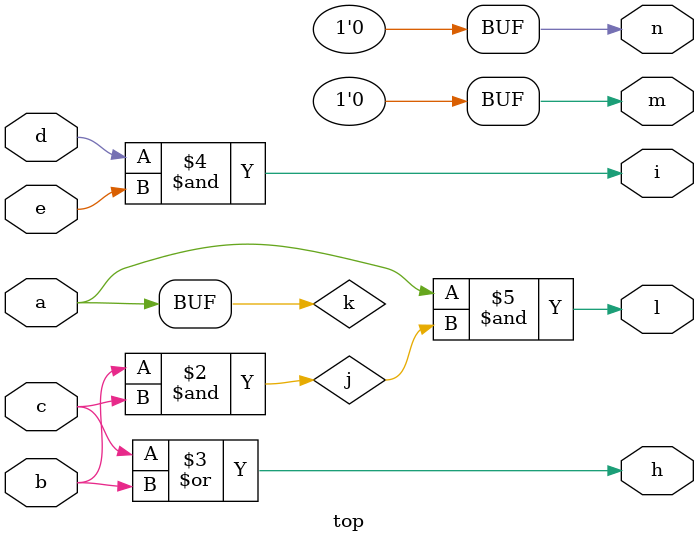
<source format=v>
module top(h, i, l, m, n, a, b, c, d, e);
input a, b, c, d, e;
output h, i, l, m, n;
assign m = 1'b0;
assign n = 1'b0;
or 	g1(k, a, 1'b0);
and g2(j, b, c);
or 	g3(h, c, b);
and g4(i, d, e);
and g5(l, k, j);
endmodule
</source>
